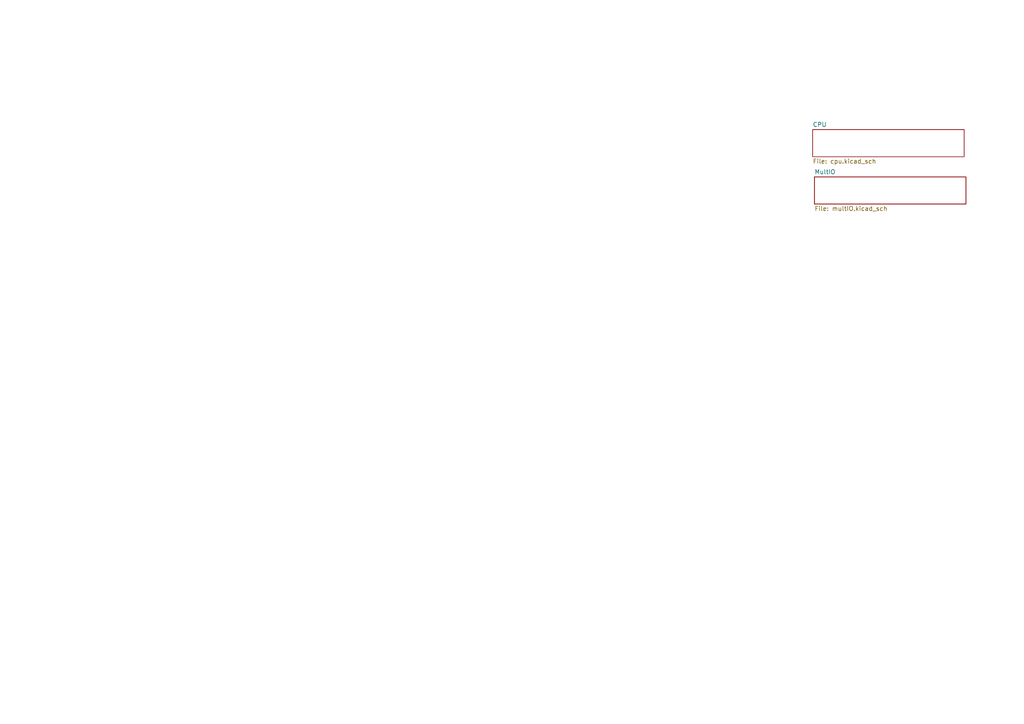
<source format=kicad_sch>
(kicad_sch (version 20230121) (generator eeschema)
  (paper "A4")
  (lib_symbols)
  (sheet (at 236.22 51.308) (size 43.942 7.874) (stroke (width 0.1524))
    (property "Sheetname" "MultIO" (at 236.22 50.5964 0) (effects (justify left bottom)))
    (property "Sheetfile" "multIO.kicad_sch" (at 236.22 59.7666 0) (effects (justify left top)))
  )
  (sheet (at 235.712 37.592) (size 43.942 7.874) (stroke (width 0.1524))
    (property "Sheetname" "CPU" (at 235.712 36.8804 0) (effects (justify left bottom)))
    (property "Sheetfile" "cpu.kicad_sch" (at 235.712 46.0506 0) (effects (justify left top)))
  )
)
</source>
